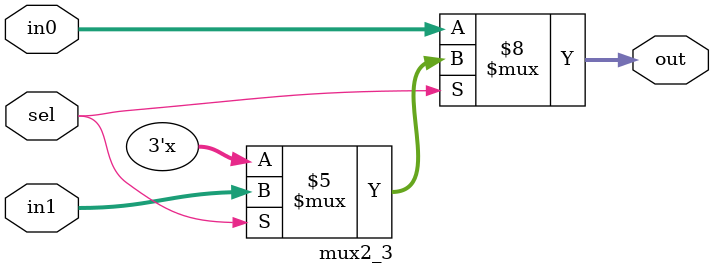
<source format=v>
module mux2_3  (in0,in1,sel,out);
		
	input [2:0] in0;
	input [2:0] in1;
	input sel;
	output reg [2:0]out;
	
	always @(*)
		begin
			if(sel==1'b0) 			out<=in0;
			else if(sel==1'b1)  	out<=in1;
			else					out<=3'bzzz;
		end
endmodule
</source>
